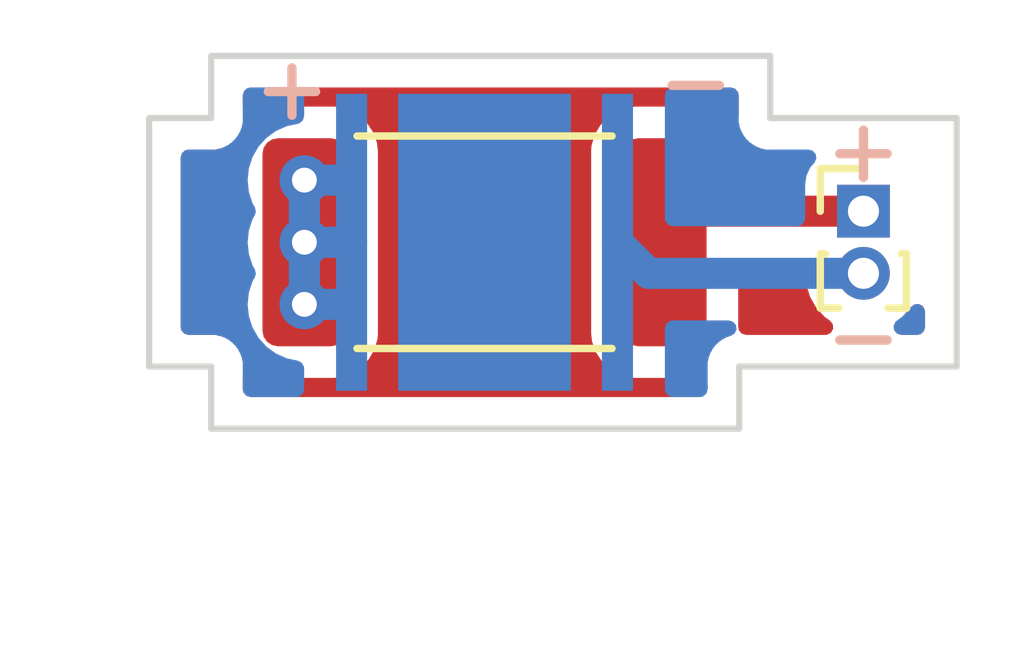
<source format=kicad_pcb>
(kicad_pcb (version 20210126) (generator pcbnew)
  (layers (0 "F.Cu" signal) (31 "B.Cu" signal) (34 "B.Paste" user) (35 "F.Paste" user) (36 "B.SilkS" user "B.Silkscreen") (37 "F.SilkS" user "F.Silkscreen") (38 "B.Mask" user) (39 "F.Mask" user) (44 "Edge.Cuts" user))
  (net 0 "")
  (net 1 "Net-(D1-Pad2)")
  (net 2 "Net-(D1-Pad1)")
  (net 3 "Net-(J1-Pad1)")
  (footprint "Connector_PinHeader_1.00mm:PinHeader_1x02_P1.00mm_Vertical" (layer "F.Cu") (at 32.5 16.5)
    (fp_text reference "J1" hide)
    (fp_text value "Conn_01x02_Female" hide)
    (fp_line (start -0.695 -0.685) (end 0 -0.685) (layer "F.SilkS") (width 0.12))
    (fp_line (start 0.394493 1.56) (end 0.695 1.56) (layer "F.SilkS") (width 0.12))
    (fp_line (start -0.695 0.685) (end -0.695 1.56) (layer "F.SilkS") (width 0.12))
    (fp_line (start -0.695 1.56) (end -0.394493 1.56) (layer "F.SilkS") (width 0.12))
    (fp_line (start -0.695 0.685) (end -0.608276 0.685) (layer "F.SilkS") (width 0.12))
    (fp_line (start 0.608276 0.685) (end 0.695 0.685) (layer "F.SilkS") (width 0.12))
    (fp_line (start -0.695 0) (end -0.695 -0.685) (layer "F.SilkS") (width 0.12))
    (fp_line (start 0.695 0.685) (end 0.695 1.56) (layer "F.SilkS") (width 0.12))
    (pad "1" thru_hole rect (at 0 0) (size 0.85 0.85) (drill 0.5) (layers *.Cu *.Mask) (net 3 "Net-(J1-Pad1)"))
    (pad "2" thru_hole oval (at 0 1) (size 0.85 0.85) (drill 0.5) (layers *.Cu *.Mask) (net 2 "Net-(D1-Pad1)"))
  )
  (footprint "Resistor_SMD:R_2512_6332Metric" (layer "F.Cu") (at 26.4 17)
    (fp_text reference "R1" hide)
    (fp_text value "R" hide)
    (fp_line (start -2.052064 1.71) (end 2.052064 1.71) (layer "F.SilkS") (width 0.12))
    (fp_line (start -2.052064 -1.71) (end 2.052064 -1.71) (layer "F.SilkS") (width 0.12))
    (pad "1" smd roundrect (at -2.9 0) (size 1.35 3.35) (layers "F.Cu" "F.Paste" "F.Mask") (roundrect_rratio 0.1851851851851852) (net 1 "Net-(D1-Pad2)"))
    (pad "2" smd roundrect (at 2.9 0) (size 1.35 3.35) (layers "F.Cu" "F.Paste" "F.Mask") (roundrect_rratio 0.1851851851851852) (net 3 "Net-(J1-Pad1)"))
  )
  (footprint "xm-l2:XM-L2" (layer "B.Cu") (at 26.4 17 180)
    (fp_text reference "D1" hide)
    (fp_text value "LED" hide)
    (pad "" smd rect (at 0 0 180) (size 2.78 4.78) (layers "B.Cu" "B.Paste" "B.Mask"))
    (pad "1" smd rect (at -2.14 0 180) (size 0.5 4.78) (layers "B.Cu" "B.Paste" "B.Mask") (net 2 "Net-(D1-Pad1)"))
    (pad "2" smd rect (at 2.14 0 180) (size 0.5 4.78) (layers "B.Cu" "B.Paste" "B.Mask") (net 1 "Net-(D1-Pad2)"))
  )
  (gr_line (start 30.5 20) (end 30.5 19) (layer "Edge.Cuts") (width 0.1))
  (gr_line (start 30.5 19) (end 34 19) (layer "Edge.Cuts") (width 0.1))
  (gr_line (start 22 19) (end 22 20) (layer "Edge.Cuts") (width 0.1))
  (gr_line (start 22 14) (end 22 15) (layer "Edge.Cuts") (width 0.1))
  (gr_line (start 21 15) (end 21 19) (layer "Edge.Cuts") (width 0.1))
  (gr_line (start 30.5 20) (end 22 20) (layer "Edge.Cuts") (width 0.1))
  (gr_line (start 31 15) (end 34 15) (layer "Edge.Cuts") (width 0.1))
  (gr_line (start 21 19) (end 22 19) (layer "Edge.Cuts") (width 0.1))
  (gr_line (start 22 15) (end 21 15) (layer "Edge.Cuts") (width 0.1))
  (gr_line (start 34 15) (end 34 19) (layer "Edge.Cuts") (width 0.1))
  (gr_line (start 22 14) (end 31 14) (layer "Edge.Cuts") (width 0.1))
  (gr_line (start 31 14) (end 31 15) (layer "Edge.Cuts") (width 0.1))
  (gr_text "-\n" (at 32.499999 18.5) (layer "B.SilkS") (effects (font (size 1 1)) (justify mirror)))
  (gr_text "-" (at 29.8 14.4) (layer "B.SilkS") (effects (font (size 1 1)) (justify mirror)))
  (gr_text "+" (at 32.499999 15.5) (layer "B.SilkS") (effects (font (size 1 1)) (justify mirror)))
  (gr_text "+" (at 23.3 14.5) (layer "B.SilkS") (effects (font (size 1 1)) (justify mirror)))
  (gr_text "+" (at 32.5 15.5) (layer "F.SilkS") (effects (font (size 1 1))))
  (gr_text "-\n" (at 32.499999 18.5) (layer "F.SilkS") (effects (font (size 1 1))))
  (via (at 23.5 16) (size 0.8) (drill 0.4) (layers "F.Cu" "B.Cu") (net 1))
  (via (at 23.5 17) (size 0.8) (drill 0.4) (layers "F.Cu" "B.Cu") (net 1))
  (via (at 23.5 18) (size 0.8) (drill 0.4) (layers "F.Cu" "B.Cu") (net 1))
  (segment (start 23.5 17) (end 23.5 18) (width 0.5) (layer "B.Cu") (net 1))
  (segment (start 23.5 16) (end 23.5 17) (width 0.5) (layer "B.Cu") (net 1))
  (segment (start 23.5 18) (end 24 18) (width 0.5) (layer "B.Cu") (net 1))
  (segment (start 23.5 17) (end 24.26 17) (width 0.5) (layer "B.Cu") (net 1))
  (segment (start 23.5 16) (end 24 16) (width 0.5) (layer "B.Cu") (net 1))
  (segment (start 32.5 17.5) (end 29.04 17.5) (width 0.5) (layer "B.Cu") (net 2))
  (segment (start 29.04 17.5) (end 28.54 17) (width 0.5) (layer "B.Cu") (net 2))
  (segment (start 29.8 16.5) (end 29.3 17) (width 0.5) (layer "F.Cu") (net 3))
  (segment (start 32.5 16.5) (end 29.8 16.5) (width 0.5) (layer "F.Cu") (net 3))
  (zone (net 0) (net_name "") (layers F&B.Cu) (name "therm") (connect_pads (clearance 0.508)) (min_thickness 0.254) (fill yes (thermal_gap 0.508) (thermal_bridge_width 0.508))
    (polygon (pts (xy 34.6 13.2) (xy 35.1 23.7) (xy 18.6 21.3) (xy 20.7 13.1)))
  )
)
</source>
